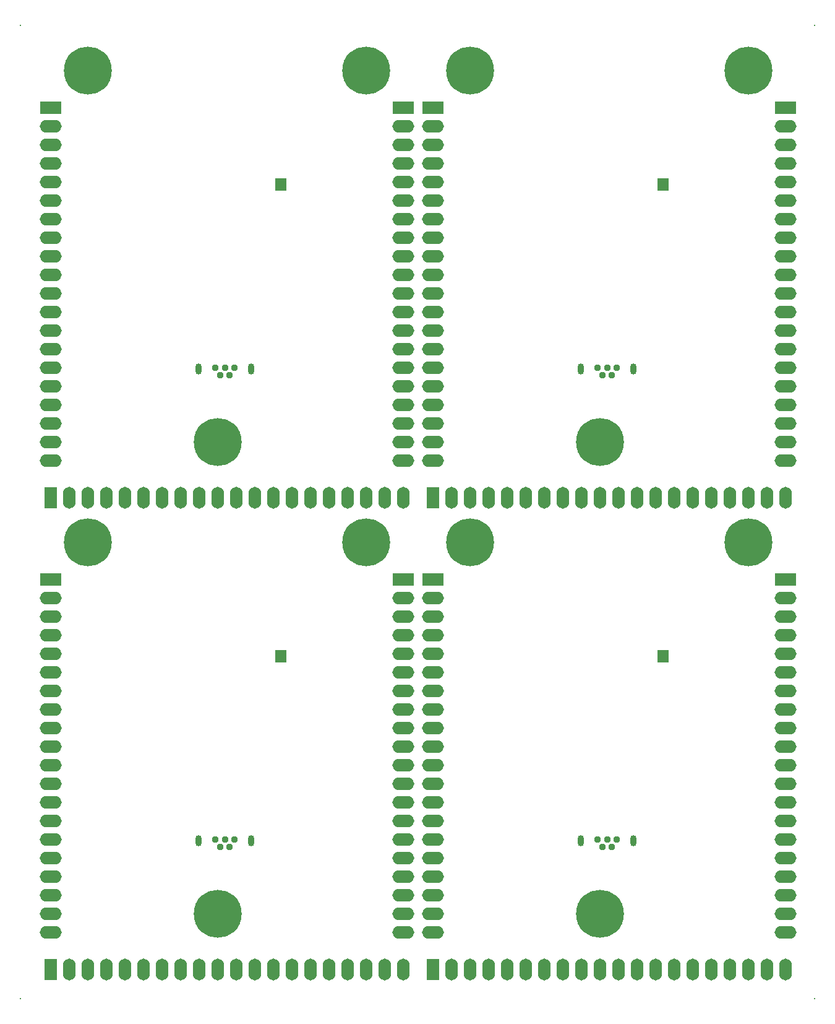
<source format=gbs>
G04 Layer_Color=16711935*
%FSLAX25Y25*%
%MOIN*%
G70*
G01*
G75*
%ADD47C,0.00800*%
%ADD48C,0.03753*%
G04:AMPARAMS|DCode=49|XSize=33.59mil|YSize=59.18mil|CornerRadius=16.8mil|HoleSize=0mil|Usage=FLASHONLY|Rotation=0.000|XOffset=0mil|YOffset=0mil|HoleType=Round|Shape=RoundedRectangle|*
%AMROUNDEDRECTD49*
21,1,0.03359,0.02559,0,0,0.0*
21,1,0.00000,0.05918,0,0,0.0*
1,1,0.03359,0.00000,-0.01279*
1,1,0.03359,0.00000,-0.01279*
1,1,0.03359,0.00000,0.01279*
1,1,0.03359,0.00000,0.01279*
%
%ADD49ROUNDEDRECTD49*%
%ADD50C,0.25800*%
%ADD51R,0.11800X0.06800*%
%ADD52O,0.11800X0.06800*%
%ADD53R,0.06800X0.11800*%
%ADD54O,0.06800X0.11800*%
%ADD55R,0.06299X0.07087*%
%ADD56R,0.05800X0.03300*%
D47*
X-7874Y516374D02*
D03*
X-7874Y-7874D02*
D03*
X419874D02*
D03*
Y516374D02*
D03*
D48*
X97064Y78000D02*
D03*
X99623Y74063D02*
D03*
X102182Y78000D02*
D03*
X107300D02*
D03*
X104741Y74063D02*
D03*
X303064Y78000D02*
D03*
X305623Y74063D02*
D03*
X308182Y78000D02*
D03*
X313300D02*
D03*
X310741Y74063D02*
D03*
X97064Y332000D02*
D03*
X99623Y328063D02*
D03*
X102182Y332000D02*
D03*
X107300D02*
D03*
X104741Y328063D02*
D03*
X303064Y332000D02*
D03*
X305623Y328063D02*
D03*
X308182Y332000D02*
D03*
X313300D02*
D03*
X310741Y328063D02*
D03*
D49*
X88107Y77134D02*
D03*
X116257D02*
D03*
X294107D02*
D03*
X322257D02*
D03*
X88107Y331134D02*
D03*
X116257D02*
D03*
X294107D02*
D03*
X322257D02*
D03*
D50*
X98200Y37800D02*
D03*
X28200Y237800D02*
D03*
X178200D02*
D03*
X304200Y37800D02*
D03*
X234200Y237800D02*
D03*
X384200D02*
D03*
X98200Y291800D02*
D03*
X28200Y491800D02*
D03*
X178200D02*
D03*
X304200Y291800D02*
D03*
X234200Y491800D02*
D03*
X384200D02*
D03*
D51*
X8200Y217800D02*
D03*
X198200D02*
D03*
X214200D02*
D03*
X404200D02*
D03*
X8200Y471800D02*
D03*
X198200D02*
D03*
X214200D02*
D03*
X404200D02*
D03*
D52*
X8200Y207800D02*
D03*
Y197800D02*
D03*
Y187800D02*
D03*
Y177800D02*
D03*
Y167800D02*
D03*
Y157800D02*
D03*
Y147800D02*
D03*
Y137800D02*
D03*
Y127800D02*
D03*
Y117800D02*
D03*
Y107800D02*
D03*
Y97800D02*
D03*
Y87800D02*
D03*
Y77800D02*
D03*
Y67800D02*
D03*
Y57800D02*
D03*
Y47800D02*
D03*
Y37800D02*
D03*
Y27800D02*
D03*
X198200Y207800D02*
D03*
Y197800D02*
D03*
Y187800D02*
D03*
Y177800D02*
D03*
Y167800D02*
D03*
Y157800D02*
D03*
Y147800D02*
D03*
Y137800D02*
D03*
Y127800D02*
D03*
Y117800D02*
D03*
Y107800D02*
D03*
Y97800D02*
D03*
Y87800D02*
D03*
Y77800D02*
D03*
Y67800D02*
D03*
Y57800D02*
D03*
Y47800D02*
D03*
Y37800D02*
D03*
Y27800D02*
D03*
X214200Y207800D02*
D03*
Y197800D02*
D03*
Y187800D02*
D03*
Y177800D02*
D03*
Y167800D02*
D03*
Y157800D02*
D03*
Y147800D02*
D03*
Y137800D02*
D03*
Y127800D02*
D03*
Y117800D02*
D03*
Y107800D02*
D03*
Y97800D02*
D03*
Y87800D02*
D03*
Y77800D02*
D03*
Y67800D02*
D03*
Y57800D02*
D03*
Y47800D02*
D03*
Y37800D02*
D03*
Y27800D02*
D03*
X404200Y207800D02*
D03*
Y197800D02*
D03*
Y187800D02*
D03*
Y177800D02*
D03*
Y167800D02*
D03*
Y157800D02*
D03*
Y147800D02*
D03*
Y137800D02*
D03*
Y127800D02*
D03*
Y117800D02*
D03*
Y107800D02*
D03*
Y97800D02*
D03*
Y87800D02*
D03*
Y77800D02*
D03*
Y67800D02*
D03*
Y57800D02*
D03*
Y47800D02*
D03*
Y37800D02*
D03*
Y27800D02*
D03*
X8200Y461800D02*
D03*
Y451800D02*
D03*
Y441800D02*
D03*
Y431800D02*
D03*
Y421800D02*
D03*
Y411800D02*
D03*
Y401800D02*
D03*
Y391800D02*
D03*
Y381800D02*
D03*
Y371800D02*
D03*
Y361800D02*
D03*
Y351800D02*
D03*
Y341800D02*
D03*
Y331800D02*
D03*
Y321800D02*
D03*
Y311800D02*
D03*
Y301800D02*
D03*
Y291800D02*
D03*
Y281800D02*
D03*
X198200Y461800D02*
D03*
Y451800D02*
D03*
Y441800D02*
D03*
Y431800D02*
D03*
Y421800D02*
D03*
Y411800D02*
D03*
Y401800D02*
D03*
Y391800D02*
D03*
Y381800D02*
D03*
Y371800D02*
D03*
Y361800D02*
D03*
Y351800D02*
D03*
Y341800D02*
D03*
Y331800D02*
D03*
Y321800D02*
D03*
Y311800D02*
D03*
Y301800D02*
D03*
Y291800D02*
D03*
Y281800D02*
D03*
X214200Y461800D02*
D03*
Y451800D02*
D03*
Y441800D02*
D03*
Y431800D02*
D03*
Y421800D02*
D03*
Y411800D02*
D03*
Y401800D02*
D03*
Y391800D02*
D03*
Y381800D02*
D03*
Y371800D02*
D03*
Y361800D02*
D03*
Y351800D02*
D03*
Y341800D02*
D03*
Y331800D02*
D03*
Y321800D02*
D03*
Y311800D02*
D03*
Y301800D02*
D03*
Y291800D02*
D03*
Y281800D02*
D03*
X404200Y461800D02*
D03*
Y451800D02*
D03*
Y441800D02*
D03*
Y431800D02*
D03*
Y421800D02*
D03*
Y411800D02*
D03*
Y401800D02*
D03*
Y391800D02*
D03*
Y381800D02*
D03*
Y371800D02*
D03*
Y361800D02*
D03*
Y351800D02*
D03*
Y341800D02*
D03*
Y331800D02*
D03*
Y321800D02*
D03*
Y311800D02*
D03*
Y301800D02*
D03*
Y291800D02*
D03*
Y281800D02*
D03*
D53*
X8200Y7800D02*
D03*
X214200D02*
D03*
X8200Y261800D02*
D03*
X214200D02*
D03*
D54*
X18200Y7800D02*
D03*
X28200D02*
D03*
X38200D02*
D03*
X48200D02*
D03*
X58200D02*
D03*
X68200D02*
D03*
X78200D02*
D03*
X88200D02*
D03*
X98200D02*
D03*
X108200D02*
D03*
X118200D02*
D03*
X128200D02*
D03*
X138200D02*
D03*
X148200D02*
D03*
X158200D02*
D03*
X168200D02*
D03*
X178200D02*
D03*
X188200D02*
D03*
X198200D02*
D03*
X224200D02*
D03*
X234200D02*
D03*
X244200D02*
D03*
X254200D02*
D03*
X264200D02*
D03*
X274200D02*
D03*
X284200D02*
D03*
X294200D02*
D03*
X304200D02*
D03*
X314200D02*
D03*
X324200D02*
D03*
X334200D02*
D03*
X344200D02*
D03*
X354200D02*
D03*
X364200D02*
D03*
X374200D02*
D03*
X384200D02*
D03*
X394200D02*
D03*
X404200D02*
D03*
X18200Y261800D02*
D03*
X28200D02*
D03*
X38200D02*
D03*
X48200D02*
D03*
X58200D02*
D03*
X68200D02*
D03*
X78200D02*
D03*
X88200D02*
D03*
X98200D02*
D03*
X108200D02*
D03*
X118200D02*
D03*
X128200D02*
D03*
X138200D02*
D03*
X148200D02*
D03*
X158200D02*
D03*
X168200D02*
D03*
X178200D02*
D03*
X188200D02*
D03*
X198200D02*
D03*
X224200D02*
D03*
X234200D02*
D03*
X244200D02*
D03*
X254200D02*
D03*
X264200D02*
D03*
X274200D02*
D03*
X284200D02*
D03*
X294200D02*
D03*
X304200D02*
D03*
X314200D02*
D03*
X324200D02*
D03*
X334200D02*
D03*
X344200D02*
D03*
X354200D02*
D03*
X364200D02*
D03*
X374200D02*
D03*
X384200D02*
D03*
X394200D02*
D03*
X404200D02*
D03*
D55*
X132200Y176621D02*
D03*
X338200D02*
D03*
X132200Y430621D02*
D03*
X338200D02*
D03*
D56*
X132200Y175000D02*
D03*
Y178243D02*
D03*
X338200Y175000D02*
D03*
Y178243D02*
D03*
X132200Y429000D02*
D03*
Y432243D02*
D03*
X338200Y429000D02*
D03*
Y432243D02*
D03*
M02*

</source>
